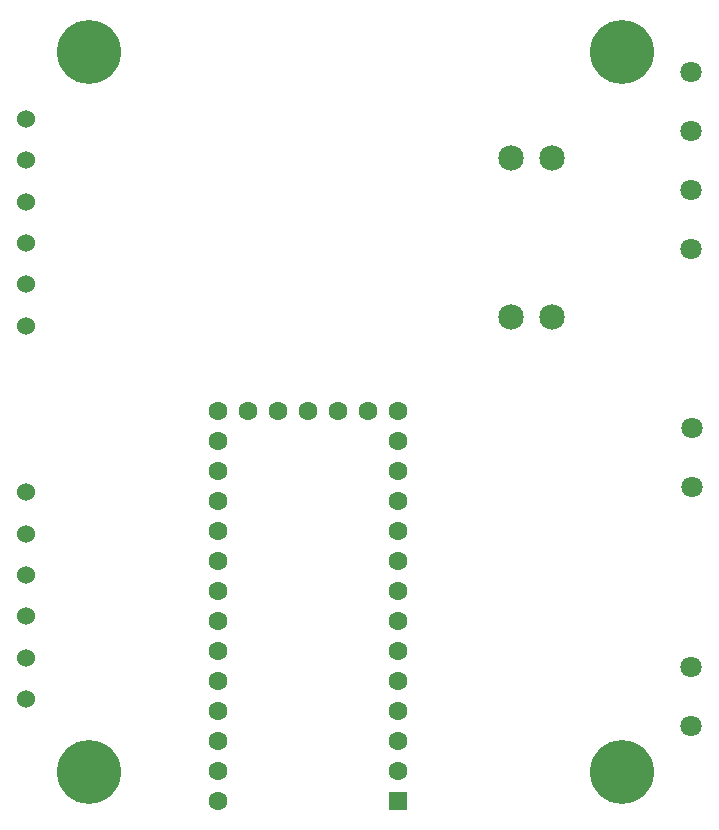
<source format=gbr>
%TF.GenerationSoftware,KiCad,Pcbnew,(5.1.9)-1*%
%TF.CreationDate,2022-03-20T14:43:19-04:00*%
%TF.ProjectId,4runner-seat-heat,3472756e-6e65-4722-9d73-6561742d6865,rev?*%
%TF.SameCoordinates,Original*%
%TF.FileFunction,Soldermask,Bot*%
%TF.FilePolarity,Negative*%
%FSLAX46Y46*%
G04 Gerber Fmt 4.6, Leading zero omitted, Abs format (unit mm)*
G04 Created by KiCad (PCBNEW (5.1.9)-1) date 2022-03-20 14:43:19*
%MOMM*%
%LPD*%
G01*
G04 APERTURE LIST*
%ADD10C,5.410200*%
%ADD11C,1.800000*%
%ADD12C,1.600000*%
%ADD13R,1.600000X1.600000*%
%ADD14C,2.159000*%
%ADD15C,1.524000*%
G04 APERTURE END LIST*
D10*
%TO.C,Mount1*%
X13309600Y-61711200D03*
%TD*%
%TO.C,Mount4*%
X13309600Y-711200D03*
%TD*%
%TO.C,Mount2*%
X58470800Y-61711200D03*
%TD*%
%TO.C,Mount3*%
X58470800Y-711200D03*
%TD*%
D11*
%TO.C,J9*%
X64312800Y-2424400D03*
X64312800Y-17424400D03*
X64312800Y-7424400D03*
X64312800Y-12424400D03*
%TD*%
D12*
%TO.C,U2*%
X31838900Y-31115000D03*
X29298900Y-31115000D03*
X26758900Y-31115000D03*
X24218900Y-31115000D03*
X34378900Y-31115000D03*
X36918900Y-31115000D03*
X39458900Y-31115000D03*
X24218900Y-33655000D03*
X24218900Y-36195000D03*
X24218900Y-38735000D03*
X24218900Y-41275000D03*
X24218900Y-43815000D03*
X24218900Y-46355000D03*
X24218900Y-48895000D03*
X24218900Y-51435000D03*
X24218900Y-53975000D03*
X24218900Y-56515000D03*
X24218900Y-59055000D03*
X24218900Y-61595000D03*
X24218900Y-64135000D03*
X39458900Y-33655000D03*
X39458900Y-36195000D03*
X39458900Y-38735000D03*
X39458900Y-41275000D03*
X39458900Y-43815000D03*
X39458900Y-46355000D03*
X39458900Y-48895000D03*
X39458900Y-51435000D03*
X39458900Y-53975000D03*
X39458900Y-56515000D03*
X39458900Y-59055000D03*
X39458900Y-61595000D03*
D13*
X39458900Y-64135000D03*
%TD*%
D11*
%TO.C,Left-Heater1*%
X64312800Y-52785000D03*
X64312800Y-57785000D03*
%TD*%
%TO.C,Right-Heater1*%
X64338200Y-32592000D03*
X64338200Y-37592000D03*
%TD*%
D14*
%TO.C,F1*%
X52489100Y-9690100D03*
X52489100Y-23152100D03*
X49085500Y-9690100D03*
X49085500Y-23152100D03*
%TD*%
D15*
%TO.C,J3*%
X8001000Y-23910000D03*
X8001000Y-20410000D03*
X8001000Y-16910000D03*
X8001000Y-13410000D03*
X8001000Y-9910000D03*
X8001000Y-6410000D03*
%TD*%
%TO.C,J8*%
X8001000Y-38007600D03*
X8001000Y-41507600D03*
X8001000Y-45007600D03*
X8001000Y-48507600D03*
X8001000Y-52007600D03*
X8001000Y-55507600D03*
%TD*%
M02*

</source>
